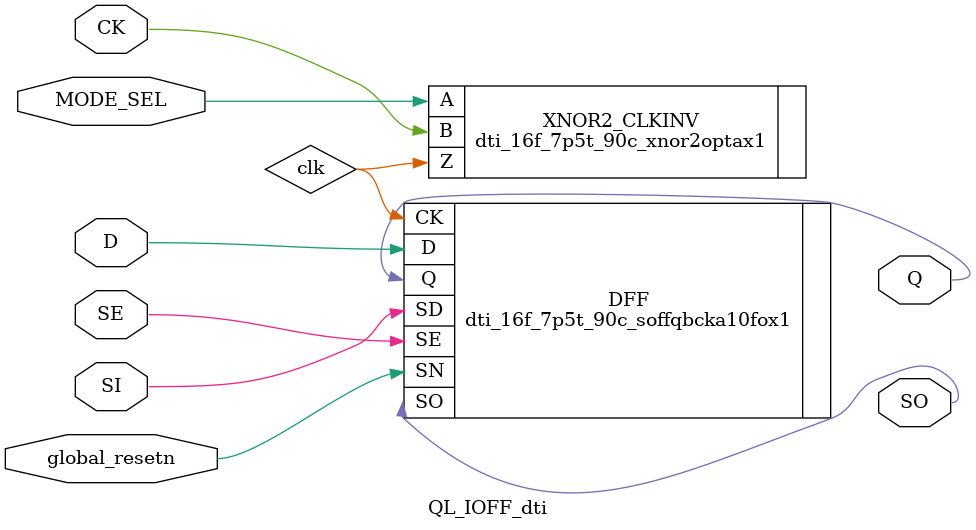
<source format=v>

module QL_IOFF_dti (
  D,
  SI,
  SO,
  SE,
  CK,
  MODE_SEL,
  Q,
  global_resetn
);
  input D;
  input SI;
  output SO;
  input SE;
  input CK;
  input MODE_SEL;
  input global_resetn;
  output Q;

  wire clk;
  //wire resetn_w;

  //dti_16f_7p5t_90c_and2x1 GLOBAL_RESET(.Z(resetn_w), .A(R), .B(global_resetn));

  dti_16f_7p5t_90c_xnor2optax1 XNOR2_CLKINV (
          .A(MODE_SEL),        // MODE_SEL=1, clk = CK
          .B(CK),              // MODE_SEL=0, clk = ~CK
          .Z(clk)
      );

  dti_16f_7p5t_90c_soffqbcka10fox1 DFF(
		.D(D),
		.SD(SI),
		.SO(SO),
		.SE(SE),
		.SN(global_resetn),
		.CK(clk),
		.Q(Q)
	);

endmodule


</source>
